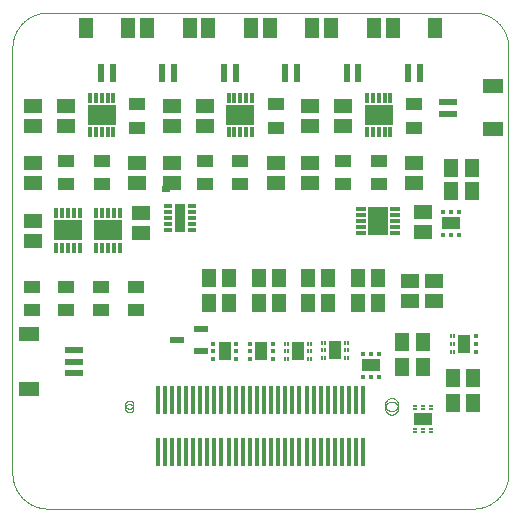
<source format=gtp>
G75*
%MOIN*%
%OFA0B0*%
%FSLAX25Y25*%
%IPPOS*%
%LPD*%
%AMOC8*
5,1,8,0,0,1.08239X$1,22.5*
%
%ADD10C,0.00000*%
%ADD11R,0.02657X0.02461*%
%ADD12R,0.05906X0.05118*%
%ADD13R,0.05512X0.04331*%
%ADD14R,0.05000X0.02200*%
%ADD15R,0.01378X0.09646*%
%ADD16R,0.01200X0.03200*%
%ADD17R,0.09400X0.06500*%
%ADD18R,0.03200X0.01200*%
%ADD19R,0.06500X0.09400*%
%ADD20R,0.01181X0.00984*%
%ADD21R,0.06299X0.03937*%
%ADD22R,0.01181X0.00591*%
%ADD23R,0.02600X0.01200*%
%ADD24R,0.03300X0.09400*%
%ADD25R,0.04724X0.07087*%
%ADD26R,0.02362X0.05906*%
%ADD27R,0.07087X0.04724*%
%ADD28R,0.05906X0.02362*%
%ADD29R,0.05118X0.05906*%
%ADD30R,0.00984X0.01181*%
%ADD31R,0.03937X0.06299*%
%ADD32R,0.00591X0.01181*%
D10*
X0013311Y0018636D02*
X0155043Y0018636D01*
X0155328Y0018639D01*
X0155614Y0018650D01*
X0155899Y0018667D01*
X0156183Y0018691D01*
X0156467Y0018722D01*
X0156750Y0018760D01*
X0157031Y0018805D01*
X0157312Y0018856D01*
X0157592Y0018914D01*
X0157870Y0018979D01*
X0158146Y0019051D01*
X0158420Y0019129D01*
X0158693Y0019214D01*
X0158963Y0019306D01*
X0159231Y0019404D01*
X0159497Y0019508D01*
X0159760Y0019619D01*
X0160020Y0019736D01*
X0160278Y0019859D01*
X0160532Y0019989D01*
X0160783Y0020125D01*
X0161031Y0020266D01*
X0161275Y0020414D01*
X0161516Y0020567D01*
X0161752Y0020727D01*
X0161985Y0020892D01*
X0162214Y0021062D01*
X0162439Y0021238D01*
X0162659Y0021420D01*
X0162875Y0021606D01*
X0163086Y0021798D01*
X0163293Y0021995D01*
X0163495Y0022197D01*
X0163692Y0022404D01*
X0163884Y0022615D01*
X0164070Y0022831D01*
X0164252Y0023051D01*
X0164428Y0023276D01*
X0164598Y0023505D01*
X0164763Y0023738D01*
X0164923Y0023974D01*
X0165076Y0024215D01*
X0165224Y0024459D01*
X0165365Y0024707D01*
X0165501Y0024958D01*
X0165631Y0025212D01*
X0165754Y0025470D01*
X0165871Y0025730D01*
X0165982Y0025993D01*
X0166086Y0026259D01*
X0166184Y0026527D01*
X0166276Y0026797D01*
X0166361Y0027070D01*
X0166439Y0027344D01*
X0166511Y0027620D01*
X0166576Y0027898D01*
X0166634Y0028178D01*
X0166685Y0028459D01*
X0166730Y0028740D01*
X0166768Y0029023D01*
X0166799Y0029307D01*
X0166823Y0029591D01*
X0166840Y0029876D01*
X0166851Y0030162D01*
X0166854Y0030447D01*
X0166854Y0172179D01*
X0166851Y0172464D01*
X0166840Y0172750D01*
X0166823Y0173035D01*
X0166799Y0173319D01*
X0166768Y0173603D01*
X0166730Y0173886D01*
X0166685Y0174167D01*
X0166634Y0174448D01*
X0166576Y0174728D01*
X0166511Y0175006D01*
X0166439Y0175282D01*
X0166361Y0175556D01*
X0166276Y0175829D01*
X0166184Y0176099D01*
X0166086Y0176367D01*
X0165982Y0176633D01*
X0165871Y0176896D01*
X0165754Y0177156D01*
X0165631Y0177414D01*
X0165501Y0177668D01*
X0165365Y0177919D01*
X0165224Y0178167D01*
X0165076Y0178411D01*
X0164923Y0178652D01*
X0164763Y0178888D01*
X0164598Y0179121D01*
X0164428Y0179350D01*
X0164252Y0179575D01*
X0164070Y0179795D01*
X0163884Y0180011D01*
X0163692Y0180222D01*
X0163495Y0180429D01*
X0163293Y0180631D01*
X0163086Y0180828D01*
X0162875Y0181020D01*
X0162659Y0181206D01*
X0162439Y0181388D01*
X0162214Y0181564D01*
X0161985Y0181734D01*
X0161752Y0181899D01*
X0161516Y0182059D01*
X0161275Y0182212D01*
X0161031Y0182360D01*
X0160783Y0182501D01*
X0160532Y0182637D01*
X0160278Y0182767D01*
X0160020Y0182890D01*
X0159760Y0183007D01*
X0159497Y0183118D01*
X0159231Y0183222D01*
X0158963Y0183320D01*
X0158693Y0183412D01*
X0158420Y0183497D01*
X0158146Y0183575D01*
X0157870Y0183647D01*
X0157592Y0183712D01*
X0157312Y0183770D01*
X0157031Y0183821D01*
X0156750Y0183866D01*
X0156467Y0183904D01*
X0156183Y0183935D01*
X0155899Y0183959D01*
X0155614Y0183976D01*
X0155328Y0183987D01*
X0155043Y0183990D01*
X0013311Y0183990D01*
X0013026Y0183987D01*
X0012740Y0183976D01*
X0012455Y0183959D01*
X0012171Y0183935D01*
X0011887Y0183904D01*
X0011604Y0183866D01*
X0011323Y0183821D01*
X0011042Y0183770D01*
X0010762Y0183712D01*
X0010484Y0183647D01*
X0010208Y0183575D01*
X0009934Y0183497D01*
X0009661Y0183412D01*
X0009391Y0183320D01*
X0009123Y0183222D01*
X0008857Y0183118D01*
X0008594Y0183007D01*
X0008334Y0182890D01*
X0008076Y0182767D01*
X0007822Y0182637D01*
X0007571Y0182501D01*
X0007323Y0182360D01*
X0007079Y0182212D01*
X0006838Y0182059D01*
X0006602Y0181899D01*
X0006369Y0181734D01*
X0006140Y0181564D01*
X0005915Y0181388D01*
X0005695Y0181206D01*
X0005479Y0181020D01*
X0005268Y0180828D01*
X0005061Y0180631D01*
X0004859Y0180429D01*
X0004662Y0180222D01*
X0004470Y0180011D01*
X0004284Y0179795D01*
X0004102Y0179575D01*
X0003926Y0179350D01*
X0003756Y0179121D01*
X0003591Y0178888D01*
X0003431Y0178652D01*
X0003278Y0178411D01*
X0003130Y0178167D01*
X0002989Y0177919D01*
X0002853Y0177668D01*
X0002723Y0177414D01*
X0002600Y0177156D01*
X0002483Y0176896D01*
X0002372Y0176633D01*
X0002268Y0176367D01*
X0002170Y0176099D01*
X0002078Y0175829D01*
X0001993Y0175556D01*
X0001915Y0175282D01*
X0001843Y0175006D01*
X0001778Y0174728D01*
X0001720Y0174448D01*
X0001669Y0174167D01*
X0001624Y0173886D01*
X0001586Y0173603D01*
X0001555Y0173319D01*
X0001531Y0173035D01*
X0001514Y0172750D01*
X0001503Y0172464D01*
X0001500Y0172179D01*
X0001500Y0030447D01*
X0001503Y0030162D01*
X0001514Y0029876D01*
X0001531Y0029591D01*
X0001555Y0029307D01*
X0001586Y0029023D01*
X0001624Y0028740D01*
X0001669Y0028459D01*
X0001720Y0028178D01*
X0001778Y0027898D01*
X0001843Y0027620D01*
X0001915Y0027344D01*
X0001993Y0027070D01*
X0002078Y0026797D01*
X0002170Y0026527D01*
X0002268Y0026259D01*
X0002372Y0025993D01*
X0002483Y0025730D01*
X0002600Y0025470D01*
X0002723Y0025212D01*
X0002853Y0024958D01*
X0002989Y0024707D01*
X0003130Y0024459D01*
X0003278Y0024215D01*
X0003431Y0023974D01*
X0003591Y0023738D01*
X0003756Y0023505D01*
X0003926Y0023276D01*
X0004102Y0023051D01*
X0004284Y0022831D01*
X0004470Y0022615D01*
X0004662Y0022404D01*
X0004859Y0022197D01*
X0005061Y0021995D01*
X0005268Y0021798D01*
X0005479Y0021606D01*
X0005695Y0021420D01*
X0005915Y0021238D01*
X0006140Y0021062D01*
X0006369Y0020892D01*
X0006602Y0020727D01*
X0006838Y0020567D01*
X0007079Y0020414D01*
X0007323Y0020266D01*
X0007571Y0020125D01*
X0007822Y0019989D01*
X0008076Y0019859D01*
X0008334Y0019736D01*
X0008594Y0019619D01*
X0008857Y0019508D01*
X0009123Y0019404D01*
X0009391Y0019306D01*
X0009661Y0019214D01*
X0009934Y0019129D01*
X0010208Y0019051D01*
X0010484Y0018979D01*
X0010762Y0018914D01*
X0011042Y0018856D01*
X0011323Y0018805D01*
X0011604Y0018760D01*
X0011887Y0018722D01*
X0012171Y0018691D01*
X0012455Y0018667D01*
X0012740Y0018650D01*
X0013026Y0018639D01*
X0013311Y0018636D01*
X0039098Y0052100D02*
X0039100Y0052174D01*
X0039106Y0052248D01*
X0039116Y0052321D01*
X0039130Y0052394D01*
X0039147Y0052466D01*
X0039169Y0052536D01*
X0039194Y0052606D01*
X0039223Y0052674D01*
X0039256Y0052740D01*
X0039292Y0052805D01*
X0039332Y0052867D01*
X0039374Y0052928D01*
X0039420Y0052986D01*
X0039469Y0053041D01*
X0039521Y0053094D01*
X0039576Y0053144D01*
X0039633Y0053190D01*
X0039693Y0053234D01*
X0039755Y0053274D01*
X0039819Y0053311D01*
X0039885Y0053345D01*
X0039953Y0053375D01*
X0040022Y0053401D01*
X0040093Y0053424D01*
X0040164Y0053442D01*
X0040237Y0053457D01*
X0040310Y0053468D01*
X0040384Y0053475D01*
X0040458Y0053478D01*
X0040531Y0053477D01*
X0040605Y0053472D01*
X0040679Y0053463D01*
X0040752Y0053450D01*
X0040824Y0053433D01*
X0040895Y0053413D01*
X0040965Y0053388D01*
X0041033Y0053360D01*
X0041100Y0053329D01*
X0041165Y0053293D01*
X0041228Y0053255D01*
X0041289Y0053213D01*
X0041348Y0053167D01*
X0041404Y0053119D01*
X0041457Y0053068D01*
X0041507Y0053014D01*
X0041555Y0052957D01*
X0041599Y0052898D01*
X0041641Y0052836D01*
X0041679Y0052773D01*
X0041713Y0052707D01*
X0041744Y0052640D01*
X0041771Y0052571D01*
X0041794Y0052501D01*
X0041814Y0052430D01*
X0041830Y0052357D01*
X0041842Y0052284D01*
X0041850Y0052211D01*
X0041854Y0052137D01*
X0041854Y0052063D01*
X0041850Y0051989D01*
X0041842Y0051916D01*
X0041830Y0051843D01*
X0041814Y0051770D01*
X0041794Y0051699D01*
X0041771Y0051629D01*
X0041744Y0051560D01*
X0041713Y0051493D01*
X0041679Y0051427D01*
X0041641Y0051364D01*
X0041599Y0051302D01*
X0041555Y0051243D01*
X0041507Y0051186D01*
X0041457Y0051132D01*
X0041404Y0051081D01*
X0041348Y0051033D01*
X0041289Y0050987D01*
X0041228Y0050945D01*
X0041165Y0050907D01*
X0041100Y0050871D01*
X0041033Y0050840D01*
X0040965Y0050812D01*
X0040895Y0050787D01*
X0040824Y0050767D01*
X0040752Y0050750D01*
X0040679Y0050737D01*
X0040605Y0050728D01*
X0040531Y0050723D01*
X0040458Y0050722D01*
X0040384Y0050725D01*
X0040310Y0050732D01*
X0040237Y0050743D01*
X0040164Y0050758D01*
X0040093Y0050776D01*
X0040022Y0050799D01*
X0039953Y0050825D01*
X0039885Y0050855D01*
X0039819Y0050889D01*
X0039755Y0050926D01*
X0039693Y0050966D01*
X0039633Y0051010D01*
X0039576Y0051056D01*
X0039521Y0051106D01*
X0039469Y0051159D01*
X0039420Y0051214D01*
X0039374Y0051272D01*
X0039332Y0051333D01*
X0039292Y0051395D01*
X0039256Y0051460D01*
X0039223Y0051526D01*
X0039194Y0051594D01*
X0039169Y0051664D01*
X0039147Y0051734D01*
X0039130Y0051806D01*
X0039116Y0051879D01*
X0039106Y0051952D01*
X0039100Y0052026D01*
X0039098Y0052100D01*
X0039098Y0053281D02*
X0039100Y0053355D01*
X0039106Y0053429D01*
X0039116Y0053502D01*
X0039130Y0053575D01*
X0039147Y0053647D01*
X0039169Y0053717D01*
X0039194Y0053787D01*
X0039223Y0053855D01*
X0039256Y0053921D01*
X0039292Y0053986D01*
X0039332Y0054048D01*
X0039374Y0054109D01*
X0039420Y0054167D01*
X0039469Y0054222D01*
X0039521Y0054275D01*
X0039576Y0054325D01*
X0039633Y0054371D01*
X0039693Y0054415D01*
X0039755Y0054455D01*
X0039819Y0054492D01*
X0039885Y0054526D01*
X0039953Y0054556D01*
X0040022Y0054582D01*
X0040093Y0054605D01*
X0040164Y0054623D01*
X0040237Y0054638D01*
X0040310Y0054649D01*
X0040384Y0054656D01*
X0040458Y0054659D01*
X0040531Y0054658D01*
X0040605Y0054653D01*
X0040679Y0054644D01*
X0040752Y0054631D01*
X0040824Y0054614D01*
X0040895Y0054594D01*
X0040965Y0054569D01*
X0041033Y0054541D01*
X0041100Y0054510D01*
X0041165Y0054474D01*
X0041228Y0054436D01*
X0041289Y0054394D01*
X0041348Y0054348D01*
X0041404Y0054300D01*
X0041457Y0054249D01*
X0041507Y0054195D01*
X0041555Y0054138D01*
X0041599Y0054079D01*
X0041641Y0054017D01*
X0041679Y0053954D01*
X0041713Y0053888D01*
X0041744Y0053821D01*
X0041771Y0053752D01*
X0041794Y0053682D01*
X0041814Y0053611D01*
X0041830Y0053538D01*
X0041842Y0053465D01*
X0041850Y0053392D01*
X0041854Y0053318D01*
X0041854Y0053244D01*
X0041850Y0053170D01*
X0041842Y0053097D01*
X0041830Y0053024D01*
X0041814Y0052951D01*
X0041794Y0052880D01*
X0041771Y0052810D01*
X0041744Y0052741D01*
X0041713Y0052674D01*
X0041679Y0052608D01*
X0041641Y0052545D01*
X0041599Y0052483D01*
X0041555Y0052424D01*
X0041507Y0052367D01*
X0041457Y0052313D01*
X0041404Y0052262D01*
X0041348Y0052214D01*
X0041289Y0052168D01*
X0041228Y0052126D01*
X0041165Y0052088D01*
X0041100Y0052052D01*
X0041033Y0052021D01*
X0040965Y0051993D01*
X0040895Y0051968D01*
X0040824Y0051948D01*
X0040752Y0051931D01*
X0040679Y0051918D01*
X0040605Y0051909D01*
X0040531Y0051904D01*
X0040458Y0051903D01*
X0040384Y0051906D01*
X0040310Y0051913D01*
X0040237Y0051924D01*
X0040164Y0051939D01*
X0040093Y0051957D01*
X0040022Y0051980D01*
X0039953Y0052006D01*
X0039885Y0052036D01*
X0039819Y0052070D01*
X0039755Y0052107D01*
X0039693Y0052147D01*
X0039633Y0052191D01*
X0039576Y0052237D01*
X0039521Y0052287D01*
X0039469Y0052340D01*
X0039420Y0052395D01*
X0039374Y0052453D01*
X0039332Y0052514D01*
X0039292Y0052576D01*
X0039256Y0052641D01*
X0039223Y0052707D01*
X0039194Y0052775D01*
X0039169Y0052845D01*
X0039147Y0052915D01*
X0039130Y0052987D01*
X0039116Y0053060D01*
X0039106Y0053133D01*
X0039100Y0053207D01*
X0039098Y0053281D01*
X0125713Y0053281D02*
X0125715Y0053374D01*
X0125721Y0053466D01*
X0125731Y0053558D01*
X0125745Y0053649D01*
X0125762Y0053740D01*
X0125784Y0053830D01*
X0125809Y0053919D01*
X0125838Y0054007D01*
X0125871Y0054093D01*
X0125908Y0054178D01*
X0125948Y0054262D01*
X0125992Y0054343D01*
X0126039Y0054423D01*
X0126089Y0054501D01*
X0126143Y0054576D01*
X0126200Y0054649D01*
X0126260Y0054719D01*
X0126323Y0054787D01*
X0126389Y0054852D01*
X0126457Y0054914D01*
X0126528Y0054974D01*
X0126602Y0055030D01*
X0126678Y0055083D01*
X0126756Y0055132D01*
X0126836Y0055179D01*
X0126918Y0055221D01*
X0127002Y0055261D01*
X0127087Y0055296D01*
X0127174Y0055328D01*
X0127262Y0055357D01*
X0127351Y0055381D01*
X0127441Y0055402D01*
X0127532Y0055418D01*
X0127624Y0055431D01*
X0127716Y0055440D01*
X0127809Y0055445D01*
X0127901Y0055446D01*
X0127994Y0055443D01*
X0128086Y0055436D01*
X0128178Y0055425D01*
X0128269Y0055410D01*
X0128360Y0055392D01*
X0128450Y0055369D01*
X0128538Y0055343D01*
X0128626Y0055313D01*
X0128712Y0055279D01*
X0128796Y0055242D01*
X0128879Y0055200D01*
X0128960Y0055156D01*
X0129040Y0055108D01*
X0129117Y0055057D01*
X0129191Y0055002D01*
X0129264Y0054944D01*
X0129334Y0054884D01*
X0129401Y0054820D01*
X0129465Y0054754D01*
X0129527Y0054684D01*
X0129585Y0054613D01*
X0129640Y0054539D01*
X0129692Y0054462D01*
X0129741Y0054383D01*
X0129787Y0054303D01*
X0129829Y0054220D01*
X0129867Y0054136D01*
X0129902Y0054050D01*
X0129933Y0053963D01*
X0129960Y0053875D01*
X0129983Y0053785D01*
X0130003Y0053695D01*
X0130019Y0053604D01*
X0130031Y0053512D01*
X0130039Y0053420D01*
X0130043Y0053327D01*
X0130043Y0053235D01*
X0130039Y0053142D01*
X0130031Y0053050D01*
X0130019Y0052958D01*
X0130003Y0052867D01*
X0129983Y0052777D01*
X0129960Y0052687D01*
X0129933Y0052599D01*
X0129902Y0052512D01*
X0129867Y0052426D01*
X0129829Y0052342D01*
X0129787Y0052259D01*
X0129741Y0052179D01*
X0129692Y0052100D01*
X0129640Y0052023D01*
X0129585Y0051949D01*
X0129527Y0051878D01*
X0129465Y0051808D01*
X0129401Y0051742D01*
X0129334Y0051678D01*
X0129264Y0051618D01*
X0129191Y0051560D01*
X0129117Y0051505D01*
X0129040Y0051454D01*
X0128961Y0051406D01*
X0128879Y0051362D01*
X0128796Y0051320D01*
X0128712Y0051283D01*
X0128626Y0051249D01*
X0128538Y0051219D01*
X0128450Y0051193D01*
X0128360Y0051170D01*
X0128269Y0051152D01*
X0128178Y0051137D01*
X0128086Y0051126D01*
X0127994Y0051119D01*
X0127901Y0051116D01*
X0127809Y0051117D01*
X0127716Y0051122D01*
X0127624Y0051131D01*
X0127532Y0051144D01*
X0127441Y0051160D01*
X0127351Y0051181D01*
X0127262Y0051205D01*
X0127174Y0051234D01*
X0127087Y0051266D01*
X0127002Y0051301D01*
X0126918Y0051341D01*
X0126836Y0051383D01*
X0126756Y0051430D01*
X0126678Y0051479D01*
X0126602Y0051532D01*
X0126528Y0051588D01*
X0126457Y0051648D01*
X0126389Y0051710D01*
X0126323Y0051775D01*
X0126260Y0051843D01*
X0126200Y0051913D01*
X0126143Y0051986D01*
X0126089Y0052061D01*
X0126039Y0052139D01*
X0125992Y0052219D01*
X0125948Y0052300D01*
X0125908Y0052384D01*
X0125871Y0052469D01*
X0125838Y0052555D01*
X0125809Y0052643D01*
X0125784Y0052732D01*
X0125762Y0052822D01*
X0125745Y0052913D01*
X0125731Y0053004D01*
X0125721Y0053096D01*
X0125715Y0053188D01*
X0125713Y0053281D01*
X0125713Y0052100D02*
X0125715Y0052193D01*
X0125721Y0052285D01*
X0125731Y0052377D01*
X0125745Y0052468D01*
X0125762Y0052559D01*
X0125784Y0052649D01*
X0125809Y0052738D01*
X0125838Y0052826D01*
X0125871Y0052912D01*
X0125908Y0052997D01*
X0125948Y0053081D01*
X0125992Y0053162D01*
X0126039Y0053242D01*
X0126089Y0053320D01*
X0126143Y0053395D01*
X0126200Y0053468D01*
X0126260Y0053538D01*
X0126323Y0053606D01*
X0126389Y0053671D01*
X0126457Y0053733D01*
X0126528Y0053793D01*
X0126602Y0053849D01*
X0126678Y0053902D01*
X0126756Y0053951D01*
X0126836Y0053998D01*
X0126918Y0054040D01*
X0127002Y0054080D01*
X0127087Y0054115D01*
X0127174Y0054147D01*
X0127262Y0054176D01*
X0127351Y0054200D01*
X0127441Y0054221D01*
X0127532Y0054237D01*
X0127624Y0054250D01*
X0127716Y0054259D01*
X0127809Y0054264D01*
X0127901Y0054265D01*
X0127994Y0054262D01*
X0128086Y0054255D01*
X0128178Y0054244D01*
X0128269Y0054229D01*
X0128360Y0054211D01*
X0128450Y0054188D01*
X0128538Y0054162D01*
X0128626Y0054132D01*
X0128712Y0054098D01*
X0128796Y0054061D01*
X0128879Y0054019D01*
X0128960Y0053975D01*
X0129040Y0053927D01*
X0129117Y0053876D01*
X0129191Y0053821D01*
X0129264Y0053763D01*
X0129334Y0053703D01*
X0129401Y0053639D01*
X0129465Y0053573D01*
X0129527Y0053503D01*
X0129585Y0053432D01*
X0129640Y0053358D01*
X0129692Y0053281D01*
X0129741Y0053202D01*
X0129787Y0053122D01*
X0129829Y0053039D01*
X0129867Y0052955D01*
X0129902Y0052869D01*
X0129933Y0052782D01*
X0129960Y0052694D01*
X0129983Y0052604D01*
X0130003Y0052514D01*
X0130019Y0052423D01*
X0130031Y0052331D01*
X0130039Y0052239D01*
X0130043Y0052146D01*
X0130043Y0052054D01*
X0130039Y0051961D01*
X0130031Y0051869D01*
X0130019Y0051777D01*
X0130003Y0051686D01*
X0129983Y0051596D01*
X0129960Y0051506D01*
X0129933Y0051418D01*
X0129902Y0051331D01*
X0129867Y0051245D01*
X0129829Y0051161D01*
X0129787Y0051078D01*
X0129741Y0050998D01*
X0129692Y0050919D01*
X0129640Y0050842D01*
X0129585Y0050768D01*
X0129527Y0050697D01*
X0129465Y0050627D01*
X0129401Y0050561D01*
X0129334Y0050497D01*
X0129264Y0050437D01*
X0129191Y0050379D01*
X0129117Y0050324D01*
X0129040Y0050273D01*
X0128961Y0050225D01*
X0128879Y0050181D01*
X0128796Y0050139D01*
X0128712Y0050102D01*
X0128626Y0050068D01*
X0128538Y0050038D01*
X0128450Y0050012D01*
X0128360Y0049989D01*
X0128269Y0049971D01*
X0128178Y0049956D01*
X0128086Y0049945D01*
X0127994Y0049938D01*
X0127901Y0049935D01*
X0127809Y0049936D01*
X0127716Y0049941D01*
X0127624Y0049950D01*
X0127532Y0049963D01*
X0127441Y0049979D01*
X0127351Y0050000D01*
X0127262Y0050024D01*
X0127174Y0050053D01*
X0127087Y0050085D01*
X0127002Y0050120D01*
X0126918Y0050160D01*
X0126836Y0050202D01*
X0126756Y0050249D01*
X0126678Y0050298D01*
X0126602Y0050351D01*
X0126528Y0050407D01*
X0126457Y0050467D01*
X0126389Y0050529D01*
X0126323Y0050594D01*
X0126260Y0050662D01*
X0126200Y0050732D01*
X0126143Y0050805D01*
X0126089Y0050880D01*
X0126039Y0050958D01*
X0125992Y0051038D01*
X0125948Y0051119D01*
X0125908Y0051203D01*
X0125871Y0051288D01*
X0125838Y0051374D01*
X0125809Y0051462D01*
X0125784Y0051551D01*
X0125762Y0051641D01*
X0125745Y0051732D01*
X0125731Y0051823D01*
X0125721Y0051915D01*
X0125715Y0052007D01*
X0125713Y0052100D01*
D11*
X0052632Y0125181D03*
D12*
X0054846Y0127297D03*
X0054846Y0133990D03*
X0054650Y0146195D03*
X0054650Y0152888D03*
X0065673Y0152888D03*
X0065673Y0146195D03*
X0043035Y0133990D03*
X0043035Y0127297D03*
X0044310Y0117061D03*
X0044310Y0110368D03*
X0019413Y0146195D03*
X0019413Y0152888D03*
X0008390Y0152888D03*
X0008390Y0146195D03*
X0008390Y0133990D03*
X0008390Y0127297D03*
X0008291Y0114600D03*
X0008291Y0107907D03*
X0089295Y0127297D03*
X0089295Y0133990D03*
X0100713Y0133990D03*
X0100713Y0127297D03*
X0100713Y0146195D03*
X0100713Y0152888D03*
X0111736Y0152888D03*
X0111736Y0146195D03*
X0135358Y0133990D03*
X0135358Y0127297D03*
X0138508Y0117652D03*
X0138508Y0110959D03*
X0142150Y0094620D03*
X0142150Y0087927D03*
X0133980Y0087829D03*
X0133980Y0094522D03*
D13*
X0123547Y0126707D03*
X0123547Y0134581D03*
X0111736Y0134581D03*
X0111736Y0126707D03*
X0089295Y0145604D03*
X0089295Y0153478D03*
X0077484Y0134581D03*
X0077484Y0126707D03*
X0065673Y0126707D03*
X0065673Y0134581D03*
X0043035Y0145604D03*
X0043035Y0153478D03*
X0031224Y0134581D03*
X0031224Y0126707D03*
X0019413Y0126707D03*
X0019413Y0134581D03*
X0019217Y0092652D03*
X0019217Y0084778D03*
X0008193Y0084778D03*
X0008193Y0092652D03*
X0031028Y0092652D03*
X0031028Y0084778D03*
X0042839Y0084778D03*
X0042839Y0092652D03*
X0135358Y0145604D03*
X0135358Y0153478D03*
D14*
X0064404Y0078515D03*
X0064404Y0071115D03*
X0056204Y0074815D03*
D15*
X0057012Y0054955D03*
X0054650Y0054955D03*
X0052287Y0054955D03*
X0049925Y0054955D03*
X0059374Y0054955D03*
X0061736Y0054955D03*
X0064098Y0054955D03*
X0066461Y0054955D03*
X0068823Y0054955D03*
X0071185Y0054955D03*
X0073547Y0054955D03*
X0075909Y0054955D03*
X0078272Y0054955D03*
X0080634Y0054955D03*
X0082996Y0054955D03*
X0085358Y0054955D03*
X0087720Y0054955D03*
X0090083Y0054955D03*
X0092445Y0054955D03*
X0094807Y0054955D03*
X0097169Y0054955D03*
X0099531Y0054955D03*
X0101894Y0054955D03*
X0104256Y0054955D03*
X0106618Y0054955D03*
X0108980Y0054955D03*
X0111343Y0054955D03*
X0113705Y0054955D03*
X0116067Y0054955D03*
X0118429Y0054955D03*
X0118429Y0037435D03*
X0116067Y0037435D03*
X0113705Y0037435D03*
X0111343Y0037435D03*
X0108980Y0037435D03*
X0106618Y0037435D03*
X0104256Y0037435D03*
X0101894Y0037435D03*
X0099531Y0037435D03*
X0097169Y0037435D03*
X0094807Y0037435D03*
X0092445Y0037435D03*
X0090083Y0037435D03*
X0087720Y0037435D03*
X0085358Y0037435D03*
X0082996Y0037435D03*
X0080634Y0037435D03*
X0078272Y0037435D03*
X0075909Y0037435D03*
X0073547Y0037435D03*
X0071185Y0037435D03*
X0068823Y0037435D03*
X0066461Y0037435D03*
X0064098Y0037435D03*
X0061736Y0037435D03*
X0059374Y0037435D03*
X0057012Y0037435D03*
X0054650Y0037435D03*
X0052287Y0037435D03*
X0049925Y0037435D03*
D16*
X0037290Y0105652D03*
X0035390Y0105652D03*
X0033390Y0105652D03*
X0031390Y0105652D03*
X0029490Y0105652D03*
X0023904Y0105652D03*
X0022004Y0105652D03*
X0020004Y0105652D03*
X0018004Y0105652D03*
X0016104Y0105652D03*
X0016104Y0117052D03*
X0018004Y0117052D03*
X0020004Y0117052D03*
X0022004Y0117052D03*
X0023904Y0117052D03*
X0029490Y0117052D03*
X0031390Y0117052D03*
X0033390Y0117052D03*
X0035390Y0117052D03*
X0037290Y0117052D03*
X0035124Y0144235D03*
X0033224Y0144235D03*
X0031224Y0144235D03*
X0029224Y0144235D03*
X0027324Y0144235D03*
X0027324Y0155635D03*
X0029224Y0155635D03*
X0031224Y0155635D03*
X0033224Y0155635D03*
X0035124Y0155635D03*
X0073584Y0155635D03*
X0075484Y0155635D03*
X0077484Y0155635D03*
X0079484Y0155635D03*
X0081384Y0155635D03*
X0081384Y0144235D03*
X0079484Y0144235D03*
X0077484Y0144235D03*
X0075484Y0144235D03*
X0073584Y0144235D03*
X0119647Y0144235D03*
X0121547Y0144235D03*
X0123547Y0144235D03*
X0125547Y0144235D03*
X0127447Y0144235D03*
X0127447Y0155635D03*
X0125547Y0155635D03*
X0123547Y0155635D03*
X0121547Y0155635D03*
X0119647Y0155635D03*
D17*
X0123547Y0149935D03*
X0077484Y0149935D03*
X0033390Y0111352D03*
X0020004Y0111352D03*
X0031224Y0149935D03*
D18*
X0117550Y0118402D03*
X0117550Y0116502D03*
X0117550Y0114502D03*
X0117550Y0112502D03*
X0117550Y0110602D03*
X0129150Y0110602D03*
X0129150Y0112502D03*
X0129150Y0114502D03*
X0129150Y0116502D03*
X0129150Y0118402D03*
D19*
X0123350Y0114502D03*
D20*
X0145102Y0117159D03*
X0147661Y0117159D03*
X0150220Y0117159D03*
X0150220Y0110270D03*
X0147661Y0110270D03*
X0145102Y0110270D03*
X0123646Y0069817D03*
X0121087Y0069817D03*
X0118528Y0069817D03*
X0118528Y0062927D03*
X0121087Y0062927D03*
X0123646Y0062927D03*
X0135752Y0051904D03*
X0138311Y0051904D03*
X0140870Y0051904D03*
X0140870Y0045014D03*
X0138311Y0045014D03*
X0135752Y0045014D03*
D21*
X0138311Y0048459D03*
X0121087Y0066372D03*
X0147661Y0113715D03*
D22*
X0147661Y0117947D03*
X0145102Y0117947D03*
X0150220Y0117947D03*
X0150220Y0109482D03*
X0147661Y0109482D03*
X0145102Y0109482D03*
X0123646Y0070604D03*
X0121087Y0070604D03*
X0118528Y0070604D03*
X0118528Y0062140D03*
X0121087Y0062140D03*
X0123646Y0062140D03*
X0135752Y0052691D03*
X0138311Y0052691D03*
X0140870Y0052691D03*
X0140870Y0044226D03*
X0138311Y0044226D03*
X0135752Y0044226D03*
D23*
X0061406Y0111586D03*
X0061406Y0113486D03*
X0061406Y0115486D03*
X0061406Y0117486D03*
X0061406Y0119386D03*
X0053406Y0119386D03*
X0053406Y0117486D03*
X0053406Y0115486D03*
X0053406Y0113486D03*
X0053406Y0111586D03*
D24*
X0057406Y0115486D03*
D25*
X0060555Y0178872D03*
X0066854Y0178872D03*
X0081028Y0178872D03*
X0087327Y0178872D03*
X0101500Y0178872D03*
X0107799Y0178872D03*
X0121972Y0178872D03*
X0128272Y0178872D03*
X0142445Y0178872D03*
X0046382Y0178872D03*
X0040083Y0178872D03*
X0025909Y0178872D03*
D26*
X0031028Y0163715D03*
X0034965Y0163715D03*
X0051500Y0163715D03*
X0055437Y0163715D03*
X0071972Y0163715D03*
X0075909Y0163715D03*
X0092445Y0163715D03*
X0096382Y0163715D03*
X0112917Y0163715D03*
X0116854Y0163715D03*
X0133390Y0163715D03*
X0137327Y0163715D03*
D27*
X0161736Y0159384D03*
X0161736Y0145211D03*
X0007012Y0076707D03*
X0007012Y0058596D03*
D28*
X0022169Y0063715D03*
X0022169Y0067652D03*
X0022169Y0071589D03*
X0146579Y0150329D03*
X0146579Y0154266D03*
D29*
X0147858Y0132317D03*
X0154551Y0132317D03*
X0154551Y0124344D03*
X0147858Y0124344D03*
X0123252Y0095506D03*
X0116559Y0095506D03*
X0116559Y0087238D03*
X0123252Y0087238D03*
X0131520Y0074148D03*
X0138213Y0074148D03*
X0138213Y0065978D03*
X0131520Y0065978D03*
X0148350Y0062140D03*
X0155043Y0062140D03*
X0155043Y0053970D03*
X0148350Y0053970D03*
X0106815Y0087238D03*
X0100122Y0087238D03*
X0100122Y0095506D03*
X0106815Y0095506D03*
X0090280Y0095506D03*
X0083587Y0095506D03*
X0083587Y0087238D03*
X0090280Y0087238D03*
X0073843Y0087238D03*
X0067150Y0087238D03*
X0067150Y0095506D03*
X0073843Y0095506D03*
D30*
X0075713Y0073656D03*
X0075713Y0071096D03*
X0075713Y0068537D03*
X0081028Y0068537D03*
X0081028Y0071096D03*
X0081028Y0073656D03*
X0087917Y0073656D03*
X0087917Y0071096D03*
X0087917Y0068537D03*
X0093232Y0068537D03*
X0093232Y0071096D03*
X0093232Y0073656D03*
X0100122Y0073656D03*
X0100122Y0071096D03*
X0100122Y0068537D03*
X0105634Y0068833D03*
X0105634Y0071392D03*
X0105634Y0073951D03*
X0112524Y0073951D03*
X0112524Y0071392D03*
X0112524Y0068833D03*
X0148646Y0070998D03*
X0148646Y0073557D03*
X0148646Y0076116D03*
X0155535Y0076116D03*
X0155535Y0073557D03*
X0155535Y0070998D03*
X0068823Y0071096D03*
X0068823Y0073656D03*
X0068823Y0068537D03*
D31*
X0072268Y0071096D03*
X0084472Y0071096D03*
X0096677Y0071096D03*
X0109079Y0071392D03*
X0152091Y0073557D03*
D32*
X0156323Y0073557D03*
X0156323Y0070998D03*
X0156323Y0076116D03*
X0147858Y0076116D03*
X0147858Y0073557D03*
X0147858Y0070998D03*
X0113311Y0071392D03*
X0113311Y0073951D03*
X0113311Y0068833D03*
X0104846Y0068833D03*
X0104846Y0071392D03*
X0104846Y0073951D03*
X0100909Y0073656D03*
X0100909Y0071096D03*
X0100909Y0068537D03*
X0092445Y0068537D03*
X0092445Y0071096D03*
X0092445Y0073656D03*
X0088705Y0073656D03*
X0088705Y0071096D03*
X0088705Y0068537D03*
X0080240Y0068537D03*
X0080240Y0071096D03*
X0080240Y0073656D03*
X0076500Y0073656D03*
X0076500Y0071096D03*
X0076500Y0068537D03*
X0068035Y0068537D03*
X0068035Y0071096D03*
X0068035Y0073656D03*
M02*

</source>
